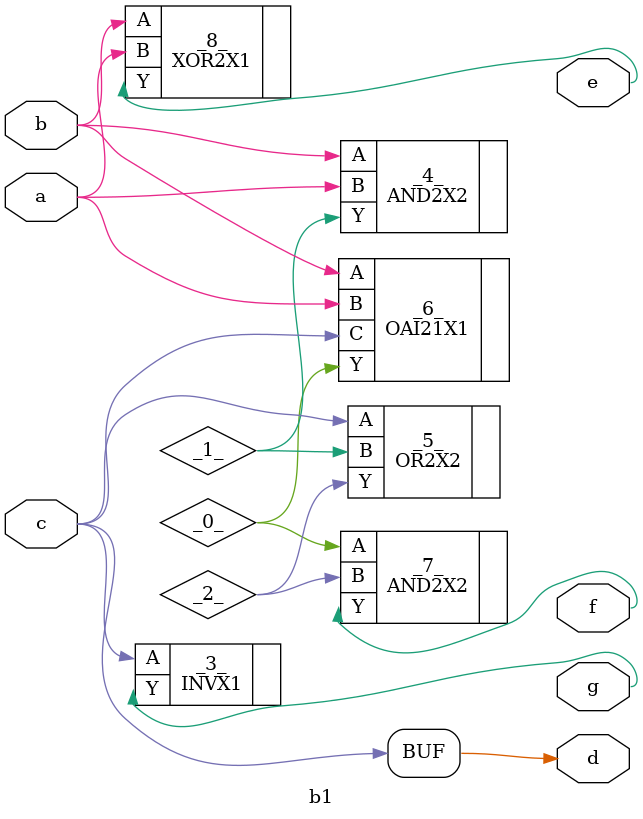
<source format=v>
/* Generated by Yosys 0.11+20 (git sha1 UNKNOWN, gcc 9.4.0-1ubuntu1~20.04.1 -fPIC -Os) */

(* cells_not_processed =  1  *)
module b1(a, b, c, d, e, f, g);
  wire _0_;
  wire _1_;
  wire _2_;
  input a;
  input b;
  input c;
  output d;
  output e;
  output f;
  output g;
  INVX1 _3_ (
    .A(c),
    .Y(g)
  );
  AND2X2 _4_ (
    .A(b),
    .B(a),
    .Y(_1_)
  );
  OR2X2 _5_ (
    .A(c),
    .B(_1_),
    .Y(_2_)
  );
  OAI21X1 _6_ (
    .A(b),
    .B(a),
    .C(c),
    .Y(_0_)
  );
  AND2X2 _7_ (
    .A(_0_),
    .B(_2_),
    .Y(f)
  );
  XOR2X1 _8_ (
    .A(b),
    .B(a),
    .Y(e)
  );
  assign d = c;
endmodule

</source>
